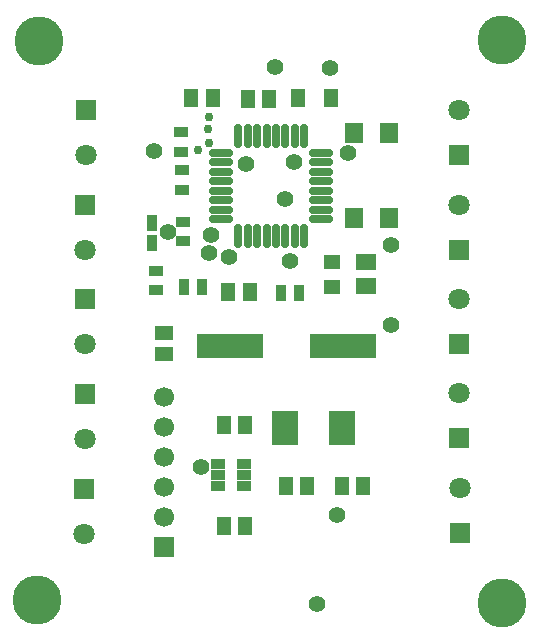
<source format=gbr>
G04*
G04 #@! TF.GenerationSoftware,Altium Limited,Altium Designer,23.3.1 (30)*
G04*
G04 Layer_Color=8388736*
%FSLAX25Y25*%
%MOIN*%
G70*
G04*
G04 #@! TF.SameCoordinates,9E9A1B20-5B00-4279-B210-449FD35A5861*
G04*
G04*
G04 #@! TF.FilePolarity,Negative*
G04*
G01*
G75*
%ADD19R,0.04969X0.03367*%
%ADD21R,0.03740X0.05315*%
%ADD31R,0.05118X0.06299*%
%ADD32O,0.02953X0.08268*%
%ADD33O,0.08268X0.02953*%
%ADD34R,0.06299X0.05118*%
%ADD35R,0.04528X0.03347*%
%ADD36R,0.09055X0.11221*%
%ADD37R,0.22244X0.08465*%
%ADD38R,0.03347X0.05315*%
%ADD39R,0.06102X0.06890*%
%ADD40R,0.04528X0.06102*%
%ADD41R,0.05709X0.04921*%
%ADD42R,0.06693X0.05512*%
%ADD43C,0.07087*%
%ADD44R,0.07087X0.07087*%
%ADD45C,0.16339*%
%ADD46R,0.06693X0.06693*%
%ADD47C,0.06693*%
%ADD48C,0.05591*%
%ADD49C,0.02953*%
D19*
X167038Y260163D02*
D03*
X158488Y233082D02*
D03*
Y226582D02*
D03*
X167436Y242959D02*
D03*
Y249458D02*
D03*
X167038Y266663D02*
D03*
X166969Y279319D02*
D03*
Y272819D02*
D03*
D21*
X206164Y225636D02*
D03*
X200258D02*
D03*
X173915Y227628D02*
D03*
X168009D02*
D03*
D31*
X181106Y147869D02*
D03*
X188192D02*
D03*
X201913Y161290D02*
D03*
X209000D02*
D03*
X182601Y226013D02*
D03*
X189688D02*
D03*
X181125Y181731D02*
D03*
X188212D02*
D03*
X220490Y161319D02*
D03*
X227576D02*
D03*
X189132Y290239D02*
D03*
X196219D02*
D03*
X170341Y290515D02*
D03*
X177428D02*
D03*
D32*
X189073Y278093D02*
D03*
X185923D02*
D03*
X192223D02*
D03*
X195372D02*
D03*
X198522D02*
D03*
X201671D02*
D03*
X204821D02*
D03*
X207971D02*
D03*
Y244629D02*
D03*
X204821D02*
D03*
X201671D02*
D03*
X198522D02*
D03*
X195372D02*
D03*
X192223D02*
D03*
X189073D02*
D03*
X185923D02*
D03*
D33*
X180215Y272385D02*
D03*
Y250337D02*
D03*
Y253487D02*
D03*
Y256637D02*
D03*
Y259786D02*
D03*
Y262936D02*
D03*
Y266085D02*
D03*
Y269235D02*
D03*
X213679Y272385D02*
D03*
Y269235D02*
D03*
Y266085D02*
D03*
Y262936D02*
D03*
Y259786D02*
D03*
Y256637D02*
D03*
Y253487D02*
D03*
Y250337D02*
D03*
D34*
X161034Y205268D02*
D03*
Y212354D02*
D03*
D35*
X179341Y168782D02*
D03*
Y165042D02*
D03*
Y161302D02*
D03*
X187995D02*
D03*
Y165042D02*
D03*
Y168782D02*
D03*
D36*
X220394Y180544D02*
D03*
X201497D02*
D03*
D37*
X220701Y208000D02*
D03*
X183299D02*
D03*
D38*
X157300Y242380D02*
D03*
Y249073D02*
D03*
D39*
X236218Y250740D02*
D03*
Y279086D02*
D03*
X224407Y250740D02*
D03*
Y279086D02*
D03*
D40*
X216823Y290645D02*
D03*
X205799D02*
D03*
D41*
X217230Y227754D02*
D03*
Y236022D02*
D03*
D42*
X228469Y228028D02*
D03*
Y236099D02*
D03*
D43*
X134910Y240101D02*
D03*
X259602Y192213D02*
D03*
X134855Y208625D02*
D03*
X134874Y176955D02*
D03*
X259639Y223522D02*
D03*
X259503Y286800D02*
D03*
Y255098D02*
D03*
X259691Y160723D02*
D03*
X135066Y271644D02*
D03*
X134598Y145386D02*
D03*
D44*
X135066Y286644D02*
D03*
X259602Y177213D02*
D03*
X134855Y223625D02*
D03*
X134874Y191955D02*
D03*
X259639Y208522D02*
D03*
X259503Y271800D02*
D03*
Y240098D02*
D03*
X259691Y145723D02*
D03*
X134910Y255101D02*
D03*
X134598Y160386D02*
D03*
D45*
X118975Y123223D02*
D03*
X274005Y122283D02*
D03*
X119387Y309595D02*
D03*
X273759Y310090D02*
D03*
D46*
X161294Y140997D02*
D03*
D47*
Y150996D02*
D03*
Y160996D02*
D03*
Y170996D02*
D03*
Y180997D02*
D03*
Y190997D02*
D03*
D48*
X212148Y122047D02*
D03*
X201609Y256851D02*
D03*
X176992Y244970D02*
D03*
X176328Y238900D02*
D03*
X182974Y237659D02*
D03*
X162491Y246060D02*
D03*
X218923Y151826D02*
D03*
X204403Y269480D02*
D03*
X222518Y272334D02*
D03*
X157953Y272981D02*
D03*
X188524Y268679D02*
D03*
X203037Y236457D02*
D03*
X236919Y214901D02*
D03*
X236934Y241769D02*
D03*
X173563Y167509D02*
D03*
X198324Y301033D02*
D03*
X216651Y300627D02*
D03*
D49*
X175971Y280420D02*
D03*
X176139Y284249D02*
D03*
X176169Y275672D02*
D03*
X172593Y273276D02*
D03*
M02*

</source>
